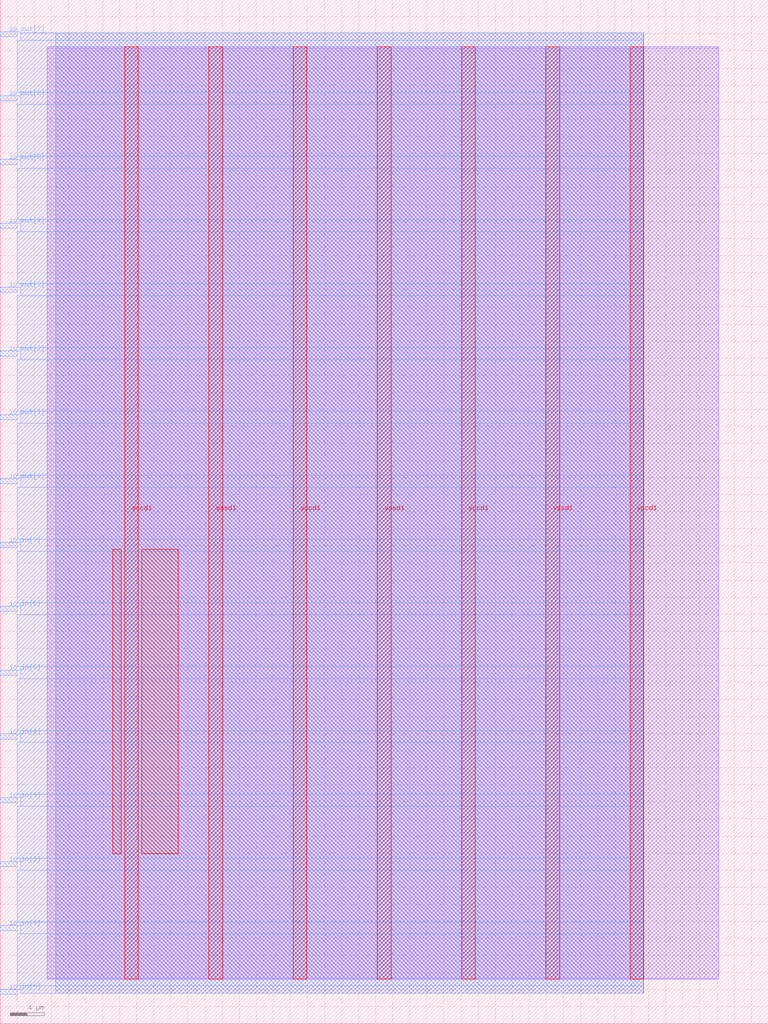
<source format=lef>
VERSION 5.7 ;
  NOWIREEXTENSIONATPIN ON ;
  DIVIDERCHAR "/" ;
  BUSBITCHARS "[]" ;
MACRO user_module_348255968419643987
  CLASS BLOCK ;
  FOREIGN user_module_348255968419643987 ;
  ORIGIN 0.000 0.000 ;
  SIZE 90.000 BY 120.000 ;
  PIN io_in[0]
    DIRECTION INPUT ;
    USE SIGNAL ;
    PORT
      LAYER met3 ;
        RECT 0.000 3.440 2.000 4.040 ;
    END
  END io_in[0]
  PIN io_in[1]
    DIRECTION INPUT ;
    USE SIGNAL ;
    PORT
      LAYER met3 ;
        RECT 0.000 10.920 2.000 11.520 ;
    END
  END io_in[1]
  PIN io_in[2]
    DIRECTION INPUT ;
    USE SIGNAL ;
    PORT
      LAYER met3 ;
        RECT 0.000 18.400 2.000 19.000 ;
    END
  END io_in[2]
  PIN io_in[3]
    DIRECTION INPUT ;
    USE SIGNAL ;
    PORT
      LAYER met3 ;
        RECT 0.000 25.880 2.000 26.480 ;
    END
  END io_in[3]
  PIN io_in[4]
    DIRECTION INPUT ;
    USE SIGNAL ;
    PORT
      LAYER met3 ;
        RECT 0.000 33.360 2.000 33.960 ;
    END
  END io_in[4]
  PIN io_in[5]
    DIRECTION INPUT ;
    USE SIGNAL ;
    PORT
      LAYER met3 ;
        RECT 0.000 40.840 2.000 41.440 ;
    END
  END io_in[5]
  PIN io_in[6]
    DIRECTION INPUT ;
    USE SIGNAL ;
    PORT
      LAYER met3 ;
        RECT 0.000 48.320 2.000 48.920 ;
    END
  END io_in[6]
  PIN io_in[7]
    DIRECTION INPUT ;
    USE SIGNAL ;
    PORT
      LAYER met3 ;
        RECT 0.000 55.800 2.000 56.400 ;
    END
  END io_in[7]
  PIN io_out[0]
    DIRECTION OUTPUT TRISTATE ;
    USE SIGNAL ;
    PORT
      LAYER met3 ;
        RECT 0.000 63.280 2.000 63.880 ;
    END
  END io_out[0]
  PIN io_out[1]
    DIRECTION OUTPUT TRISTATE ;
    USE SIGNAL ;
    PORT
      LAYER met3 ;
        RECT 0.000 70.760 2.000 71.360 ;
    END
  END io_out[1]
  PIN io_out[2]
    DIRECTION OUTPUT TRISTATE ;
    USE SIGNAL ;
    PORT
      LAYER met3 ;
        RECT 0.000 78.240 2.000 78.840 ;
    END
  END io_out[2]
  PIN io_out[3]
    DIRECTION OUTPUT TRISTATE ;
    USE SIGNAL ;
    PORT
      LAYER met3 ;
        RECT 0.000 85.720 2.000 86.320 ;
    END
  END io_out[3]
  PIN io_out[4]
    DIRECTION OUTPUT TRISTATE ;
    USE SIGNAL ;
    PORT
      LAYER met3 ;
        RECT 0.000 93.200 2.000 93.800 ;
    END
  END io_out[4]
  PIN io_out[5]
    DIRECTION OUTPUT TRISTATE ;
    USE SIGNAL ;
    PORT
      LAYER met3 ;
        RECT 0.000 100.680 2.000 101.280 ;
    END
  END io_out[5]
  PIN io_out[6]
    DIRECTION OUTPUT TRISTATE ;
    USE SIGNAL ;
    PORT
      LAYER met3 ;
        RECT 0.000 108.160 2.000 108.760 ;
    END
  END io_out[6]
  PIN io_out[7]
    DIRECTION OUTPUT TRISTATE ;
    USE SIGNAL ;
    PORT
      LAYER met3 ;
        RECT 0.000 115.640 2.000 116.240 ;
    END
  END io_out[7]
  PIN vccd1
    DIRECTION INOUT ;
    USE POWER ;
    PORT
      LAYER met4 ;
        RECT 14.590 5.200 16.190 114.480 ;
    END
    PORT
      LAYER met4 ;
        RECT 34.330 5.200 35.930 114.480 ;
    END
    PORT
      LAYER met4 ;
        RECT 54.070 5.200 55.670 114.480 ;
    END
    PORT
      LAYER met4 ;
        RECT 73.810 5.200 75.410 114.480 ;
    END
  END vccd1
  PIN vssd1
    DIRECTION INOUT ;
    USE GROUND ;
    PORT
      LAYER met4 ;
        RECT 24.460 5.200 26.060 114.480 ;
    END
    PORT
      LAYER met4 ;
        RECT 44.200 5.200 45.800 114.480 ;
    END
    PORT
      LAYER met4 ;
        RECT 63.940 5.200 65.540 114.480 ;
    END
  END vssd1
  OBS
      LAYER li1 ;
        RECT 5.520 5.355 84.180 114.325 ;
      LAYER met1 ;
        RECT 5.520 5.200 84.180 114.480 ;
      LAYER met2 ;
        RECT 6.530 3.555 75.380 116.125 ;
      LAYER met3 ;
        RECT 2.400 115.240 75.400 116.105 ;
        RECT 2.000 109.160 75.400 115.240 ;
        RECT 2.400 107.760 75.400 109.160 ;
        RECT 2.000 101.680 75.400 107.760 ;
        RECT 2.400 100.280 75.400 101.680 ;
        RECT 2.000 94.200 75.400 100.280 ;
        RECT 2.400 92.800 75.400 94.200 ;
        RECT 2.000 86.720 75.400 92.800 ;
        RECT 2.400 85.320 75.400 86.720 ;
        RECT 2.000 79.240 75.400 85.320 ;
        RECT 2.400 77.840 75.400 79.240 ;
        RECT 2.000 71.760 75.400 77.840 ;
        RECT 2.400 70.360 75.400 71.760 ;
        RECT 2.000 64.280 75.400 70.360 ;
        RECT 2.400 62.880 75.400 64.280 ;
        RECT 2.000 56.800 75.400 62.880 ;
        RECT 2.400 55.400 75.400 56.800 ;
        RECT 2.000 49.320 75.400 55.400 ;
        RECT 2.400 47.920 75.400 49.320 ;
        RECT 2.000 41.840 75.400 47.920 ;
        RECT 2.400 40.440 75.400 41.840 ;
        RECT 2.000 34.360 75.400 40.440 ;
        RECT 2.400 32.960 75.400 34.360 ;
        RECT 2.000 26.880 75.400 32.960 ;
        RECT 2.400 25.480 75.400 26.880 ;
        RECT 2.000 19.400 75.400 25.480 ;
        RECT 2.400 18.000 75.400 19.400 ;
        RECT 2.000 11.920 75.400 18.000 ;
        RECT 2.400 10.520 75.400 11.920 ;
        RECT 2.000 4.440 75.400 10.520 ;
        RECT 2.400 3.575 75.400 4.440 ;
      LAYER met4 ;
        RECT 13.175 19.895 14.190 55.585 ;
        RECT 16.590 19.895 20.865 55.585 ;
  END
END user_module_348255968419643987
END LIBRARY


</source>
